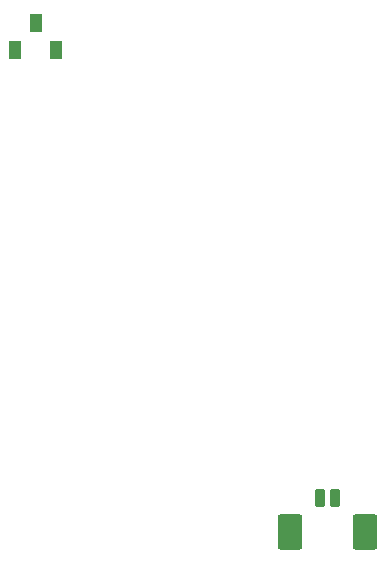
<source format=gbr>
%TF.GenerationSoftware,KiCad,Pcbnew,7.0.1*%
%TF.CreationDate,2023-06-17T09:34:49+02:00*%
%TF.ProjectId,Had_Konzole,4861645f-4b6f-46e7-9a6f-6c652e6b6963,rev?*%
%TF.SameCoordinates,Original*%
%TF.FileFunction,Paste,Bot*%
%TF.FilePolarity,Positive*%
%FSLAX46Y46*%
G04 Gerber Fmt 4.6, Leading zero omitted, Abs format (unit mm)*
G04 Created by KiCad (PCBNEW 7.0.1) date 2023-06-17 09:34:49*
%MOMM*%
%LPD*%
G01*
G04 APERTURE LIST*
G04 Aperture macros list*
%AMRoundRect*
0 Rectangle with rounded corners*
0 $1 Rounding radius*
0 $2 $3 $4 $5 $6 $7 $8 $9 X,Y pos of 4 corners*
0 Add a 4 corners polygon primitive as box body*
4,1,4,$2,$3,$4,$5,$6,$7,$8,$9,$2,$3,0*
0 Add four circle primitives for the rounded corners*
1,1,$1+$1,$2,$3*
1,1,$1+$1,$4,$5*
1,1,$1+$1,$6,$7*
1,1,$1+$1,$8,$9*
0 Add four rect primitives between the rounded corners*
20,1,$1+$1,$2,$3,$4,$5,0*
20,1,$1+$1,$4,$5,$6,$7,0*
20,1,$1+$1,$6,$7,$8,$9,0*
20,1,$1+$1,$8,$9,$2,$3,0*%
G04 Aperture macros list end*
%ADD10R,1.000000X1.600000*%
%ADD11RoundRect,0.200000X0.200000X0.600000X-0.200000X0.600000X-0.200000X-0.600000X0.200000X-0.600000X0*%
%ADD12RoundRect,0.250001X0.799999X1.249999X-0.799999X1.249999X-0.799999X-1.249999X0.799999X-1.249999X0*%
G04 APERTURE END LIST*
D10*
%TO.C,SW6*%
X149070000Y-60720000D03*
X147320000Y-58420000D03*
X145570000Y-60720000D03*
%TD*%
D11*
%TO.C,J1*%
X172625000Y-98600000D03*
X171375000Y-98600000D03*
D12*
X175175000Y-101500000D03*
X168825000Y-101500000D03*
%TD*%
M02*

</source>
